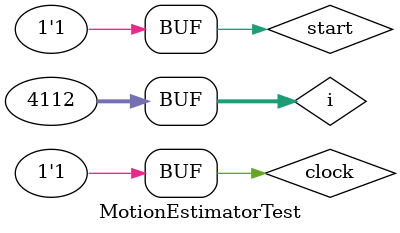
<source format=v>
`timescale 1ns / 1ps
module MotionEstimatorTest;
	reg clock, start;
	wire [7:0] BestDist;
   wire [3:0] motionX, motionY;
	wire [7:0] R, S1, S2;
   wire [7:0] AddressR;
   wire [9:0] AddressS1, AddressS2;
	integer i;

	
	ROM_R memR_u(clock, AddressR, R);

	ROM_S memS_u(clock, AddressS1, AddressS2, S1, S2);
	// Instantiate the Design Under Test (DUT)
	MotionEstimator dut (clock, start, R, S1, S2, BestDist, motionX, motionY, AddressR, AddressS1, AddressS2);
	
	initial begin
		start = 0;
		// 2 Clock Cycles with Period 10ns
		clock = 0; #1; clock = 1; #1; clock = 0; #1; clock = 1; #1;
	
		// Stimulus
				
		start = 1;
		for (i = 0; i < 4112; i=i+1)
		begin
			clock = 0; #1; clock = 1; #1;
		end
	end
endmodule


</source>
